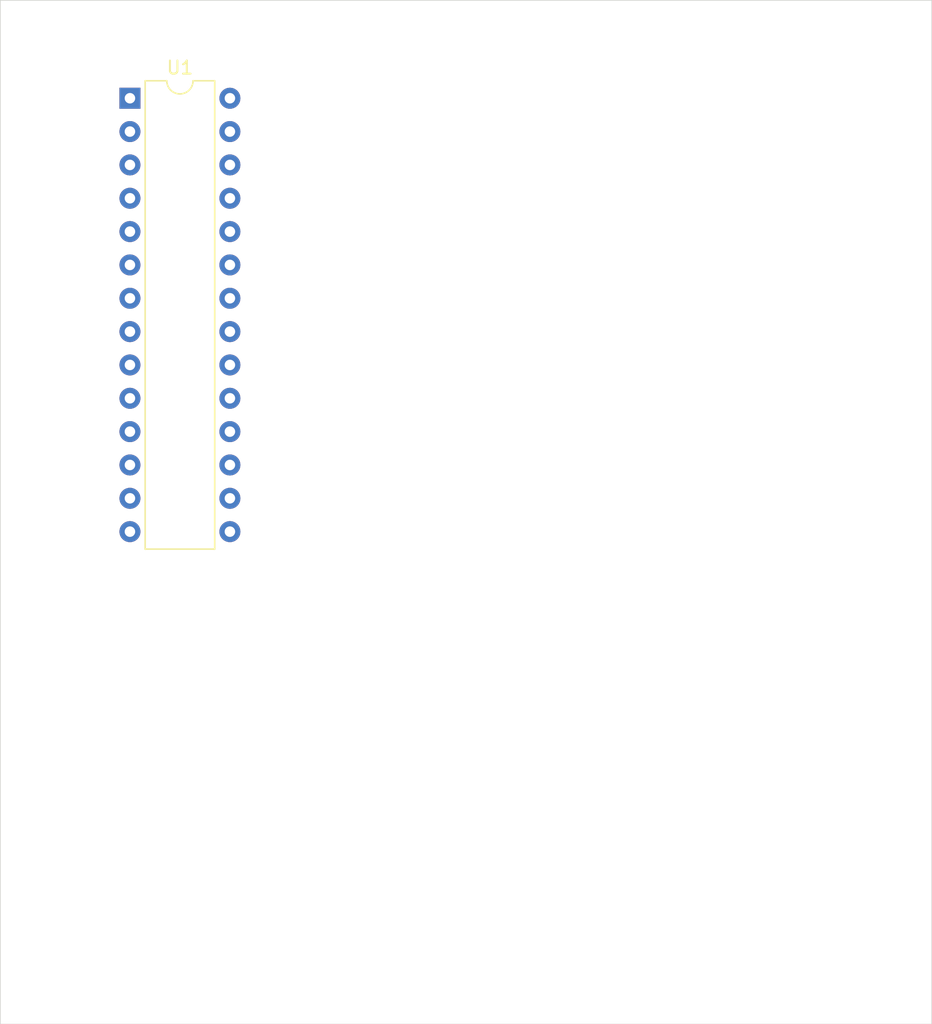
<source format=kicad_pcb>
(kicad_pcb (version 20240108) (generator "pcbnew") (generator_version "8.0")
  (layers (0 "F.Cu" signal) (31 "B.Cu" signal) (34 "B.Paste" user) (35 "F.Paste" user) (36 "B.SilkS" user "B.Silkscreen") (37 "F.SilkS" user "F.Silkscreen") (38 "B.Mask" user) (39 "F.Mask" user) (44 "Edge.Cuts" user))
  (net 0 "")
  (net 6 "Net-(U1-GND-Pad22)")
  (footprint "Package_DIP:DIP-28_W7.62mm" (layer "F.Cu") (at 47.38 36.96)
    (property "Reference" "U1" (at 3.81 -2.33 0) (layer "F.SilkS"))
    (property "Value" "ATmega328-P")
    (fp_line (start 1.16 -1.33) (end 1.16 34.35) (stroke (width 0.12)) (layer "F.SilkS"))
    (fp_line (start 1.16 34.35) (end 6.46 34.35) (stroke (width 0.12)) (layer "F.SilkS"))
    (fp_line (start 2.81 -1.33) (end 1.16 -1.33) (stroke (width 0.12)) (layer "F.SilkS"))
    (fp_line (start 6.46 -1.33) (end 4.81 -1.33) (stroke (width 0.12)) (layer "F.SilkS"))
    (fp_line (start 6.46 34.35) (end 6.46 -1.33) (stroke (width 0.12)) (layer "F.SilkS"))
    (fp_arc (start 4.81 -1.33) (mid 3.81 -0.33) (end 2.81 -1.33) (stroke (width 0.12)) (layer "F.SilkS"))
    (pad "1" thru_hole rect (at 0 0) (size 1.6 1.6) (drill 0.8) (layers "*.Cu" "*.Mask"))
    (pad "2" thru_hole oval (at 0 2.54) (size 1.6 1.6) (drill 0.8) (layers "*.Cu" "*.Mask"))
    (pad "3" thru_hole oval (at 0 5.08) (size 1.6 1.6) (drill 0.8) (layers "*.Cu" "*.Mask"))
    (pad "4" thru_hole oval (at 0 7.62) (size 1.6 1.6) (drill 0.8) (layers "*.Cu" "*.Mask"))
    (pad "5" thru_hole oval (at 0 10.16) (size 1.6 1.6) (drill 0.8) (layers "*.Cu" "*.Mask"))
    (pad "6" thru_hole oval (at 0 12.7) (size 1.6 1.6) (drill 0.8) (layers "*.Cu" "*.Mask"))
    (pad "7" thru_hole oval (at 0 15.24) (size 1.6 1.6) (drill 0.8) (layers "*.Cu" "*.Mask"))
    (pad "8" thru_hole oval (at 0 17.78) (size 1.6 1.6) (drill 0.8) (layers "*.Cu" "*.Mask") (net 6 "Net-(U1-GND-Pad22)"))
    (pad "9" thru_hole oval (at 0 20.32) (size 1.6 1.6) (drill 0.8) (layers "*.Cu" "*.Mask"))
    (pad "10" thru_hole oval (at 0 22.86) (size 1.6 1.6) (drill 0.8) (layers "*.Cu" "*.Mask"))
    (pad "11" thru_hole oval (at 0 25.4) (size 1.6 1.6) (drill 0.8) (layers "*.Cu" "*.Mask"))
    (pad "12" thru_hole oval (at 0 27.94) (size 1.6 1.6) (drill 0.8) (layers "*.Cu" "*.Mask"))
    (pad "13" thru_hole oval (at 0 30.48) (size 1.6 1.6) (drill 0.8) (layers "*.Cu" "*.Mask"))
    (pad "14" thru_hole oval (at 0 33.02) (size 1.6 1.6) (drill 0.8) (layers "*.Cu" "*.Mask"))
    (pad "15" thru_hole oval (at 7.62 33.02) (size 1.6 1.6) (drill 0.8) (layers "*.Cu" "*.Mask"))
    (pad "16" thru_hole oval (at 7.62 30.48) (size 1.6 1.6) (drill 0.8) (layers "*.Cu" "*.Mask"))
    (pad "17" thru_hole oval (at 7.62 27.94) (size 1.6 1.6) (drill 0.8) (layers "*.Cu" "*.Mask"))
    (pad "18" thru_hole oval (at 7.62 25.4) (size 1.6 1.6) (drill 0.8) (layers "*.Cu" "*.Mask"))
    (pad "19" thru_hole oval (at 7.62 22.86) (size 1.6 1.6) (drill 0.8) (layers "*.Cu" "*.Mask"))
    (pad "20" thru_hole oval (at 7.62 20.32) (size 1.6 1.6) (drill 0.8) (layers "*.Cu" "*.Mask"))
    (pad "21" thru_hole oval (at 7.62 17.78) (size 1.6 1.6) (drill 0.8) (layers "*.Cu" "*.Mask"))
    (pad "22" thru_hole oval (at 7.62 15.24) (size 1.6 1.6) (drill 0.8) (layers "*.Cu" "*.Mask") (net 6 "Net-(U1-GND-Pad22)"))
    (pad "23" thru_hole oval (at 7.62 12.7) (size 1.6 1.6) (drill 0.8) (layers "*.Cu" "*.Mask"))
    (pad "24" thru_hole oval (at 7.62 10.16) (size 1.6 1.6) (drill 0.8) (layers "*.Cu" "*.Mask"))
    (pad "25" thru_hole oval (at 7.62 7.62) (size 1.6 1.6) (drill 0.8) (layers "*.Cu" "*.Mask"))
    (pad "26" thru_hole oval (at 7.62 5.08) (size 1.6 1.6) (drill 0.8) (layers "*.Cu" "*.Mask"))
    (pad "27" thru_hole oval (at 7.62 2.54) (size 1.6 1.6) (drill 0.8) (layers "*.Cu" "*.Mask"))
    (pad "28" thru_hole oval (at 7.62 0) (size 1.6 1.6) (drill 0.8) (layers "*.Cu" "*.Mask"))
  )
  (gr_rect (start 37.5 29.5) (end 108.5 107.5) (stroke (width 0.05)) (fill none) (layer "Edge.Cuts"))
)
</source>
